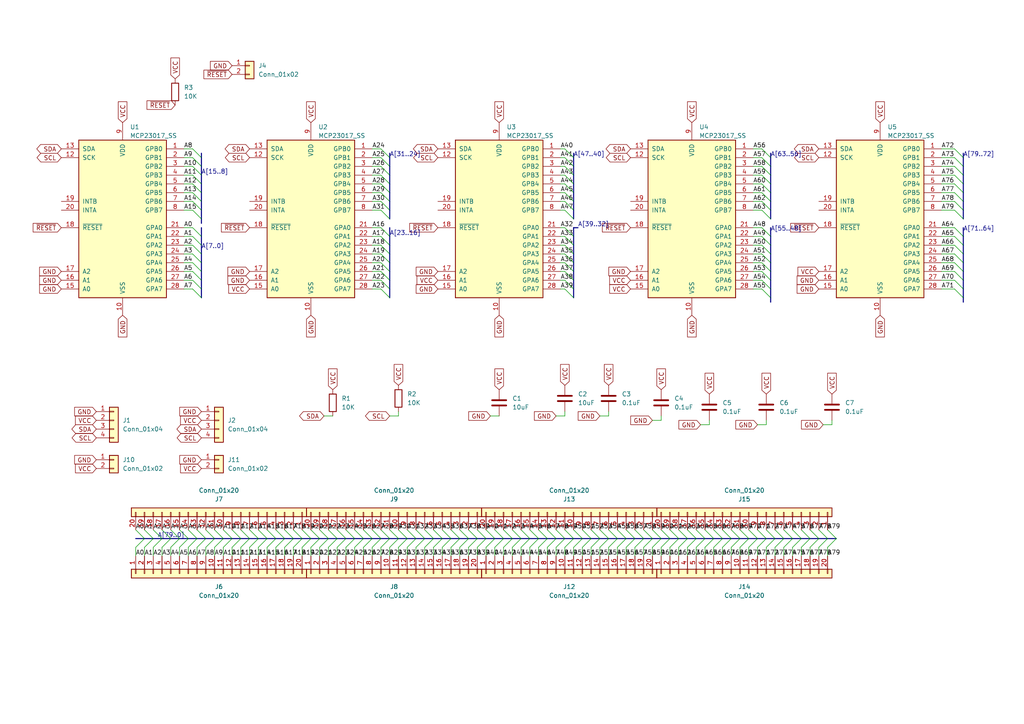
<source format=kicad_sch>
(kicad_sch (version 20250114) (generator "eeschema") (generator_version "9.0")
  (paper "A4")
  (bus_entry (at 80.01 156.21) (size -2.54 2.54))
  (bus_entry (at 72.39 156.21) (size -2.54 -2.54))
  (bus_entry (at 113.03 68.58) (size -2.54 -2.54))
  (bus_entry (at 166.37 81.28) (size -2.54 -2.54))
  (bus_entry (at 113.03 83.82) (size -2.54 -2.54))
  (bus_entry (at 279.4 86.36) (size -2.54 -2.54))
  (bus_entry (at 279.4 71.12) (size -2.54 -2.54))
  (bus_entry (at 166.37 86.36) (size -2.54 -2.54))
  (bus_entry (at 113.03 78.74) (size -2.54 -2.54))
  (bus_entry (at 156.21 156.21) (size -2.54 -2.54))
  (bus_entry (at 158.75 156.21) (size -2.54 2.54))
  (bus_entry (at 234.95 156.21) (size -2.54 2.54))
  (bus_entry (at 279.4 81.28) (size -2.54 -2.54))
  (bus_entry (at 196.85 156.21) (size -2.54 2.54))
  (bus_entry (at 214.63 156.21) (size -2.54 -2.54))
  (bus_entry (at 102.87 156.21) (size -2.54 2.54))
  (bus_entry (at 223.52 50.8) (size -2.54 -2.54))
  (bus_entry (at 222.25 156.21) (size -2.54 -2.54))
  (bus_entry (at 166.37 53.34) (size -2.54 -2.54))
  (bus_entry (at 146.05 156.21) (size -2.54 -2.54))
  (bus_entry (at 242.57 156.21) (size -2.54 -2.54))
  (bus_entry (at 100.33 156.21) (size -2.54 -2.54))
  (bus_entry (at 229.87 156.21) (size -2.54 2.54))
  (bus_entry (at 58.42 58.42) (size -2.54 -2.54))
  (bus_entry (at 166.37 71.12) (size -2.54 -2.54))
  (bus_entry (at 279.4 60.96) (size -2.54 -2.54))
  (bus_entry (at 97.79 156.21) (size -2.54 2.54))
  (bus_entry (at 279.4 83.82) (size -2.54 -2.54))
  (bus_entry (at 223.52 55.88) (size -2.54 -2.54))
  (bus_entry (at 166.37 156.21) (size -2.54 -2.54))
  (bus_entry (at 44.45 156.21) (size -2.54 2.54))
  (bus_entry (at 115.57 156.21) (size -2.54 -2.54))
  (bus_entry (at 166.37 50.8) (size -2.54 -2.54))
  (bus_entry (at 87.63 156.21) (size -2.54 2.54))
  (bus_entry (at 90.17 156.21) (size -2.54 2.54))
  (bus_entry (at 52.07 156.21) (size -2.54 2.54))
  (bus_entry (at 181.61 156.21) (size -2.54 -2.54))
  (bus_entry (at 279.4 50.8) (size -2.54 -2.54))
  (bus_entry (at 168.91 156.21) (size -2.54 -2.54))
  (bus_entry (at 146.05 156.21) (size -2.54 2.54))
  (bus_entry (at 69.85 156.21) (size -2.54 2.54))
  (bus_entry (at 189.23 156.21) (size -2.54 -2.54))
  (bus_entry (at 64.77 156.21) (size -2.54 2.54))
  (bus_entry (at 41.91 156.21) (size -2.54 -2.54))
  (bus_entry (at 191.77 156.21) (size -2.54 2.54))
  (bus_entry (at 125.73 156.21) (size -2.54 -2.54))
  (bus_entry (at 179.07 156.21) (size -2.54 2.54))
  (bus_entry (at 82.55 156.21) (size -2.54 2.54))
  (bus_entry (at 72.39 156.21) (size -2.54 2.54))
  (bus_entry (at 148.59 156.21) (size -2.54 -2.54))
  (bus_entry (at 166.37 45.72) (size -2.54 -2.54))
  (bus_entry (at 107.95 156.21) (size -2.54 2.54))
  (bus_entry (at 113.03 60.96) (size -2.54 -2.54))
  (bus_entry (at 166.37 48.26) (size -2.54 -2.54))
  (bus_entry (at 179.07 156.21) (size -2.54 -2.54))
  (bus_entry (at 58.42 55.88) (size -2.54 -2.54))
  (bus_entry (at 58.42 76.2) (size -2.54 -2.54))
  (bus_entry (at 58.42 78.74) (size -2.54 -2.54))
  (bus_entry (at 128.27 156.21) (size -2.54 2.54))
  (bus_entry (at 191.77 156.21) (size -2.54 -2.54))
  (bus_entry (at 166.37 68.58) (size -2.54 -2.54))
  (bus_entry (at 204.47 156.21) (size -2.54 -2.54))
  (bus_entry (at 163.83 156.21) (size -2.54 -2.54))
  (bus_entry (at 161.29 156.21) (size -2.54 2.54))
  (bus_entry (at 219.71 156.21) (size -2.54 -2.54))
  (bus_entry (at 130.81 156.21) (size -2.54 -2.54))
  (bus_entry (at 143.51 156.21) (size -2.54 -2.54))
  (bus_entry (at 113.03 48.26) (size -2.54 -2.54))
  (bus_entry (at 232.41 156.21) (size -2.54 -2.54))
  (bus_entry (at 105.41 156.21) (size -2.54 2.54))
  (bus_entry (at 237.49 156.21) (size -2.54 2.54))
  (bus_entry (at 199.39 156.21) (size -2.54 -2.54))
  (bus_entry (at 194.31 156.21) (size -2.54 2.54))
  (bus_entry (at 102.87 156.21) (size -2.54 -2.54))
  (bus_entry (at 279.4 53.34) (size -2.54 -2.54))
  (bus_entry (at 59.69 156.21) (size -2.54 2.54))
  (bus_entry (at 223.52 81.28) (size -2.54 -2.54))
  (bus_entry (at 201.93 156.21) (size -2.54 2.54))
  (bus_entry (at 123.19 156.21) (size -2.54 2.54))
  (bus_entry (at 82.55 156.21) (size -2.54 -2.54))
  (bus_entry (at 107.95 156.21) (size -2.54 -2.54))
  (bus_entry (at 120.65 156.21) (size -2.54 -2.54))
  (bus_entry (at 184.15 156.21) (size -2.54 2.54))
  (bus_entry (at 67.31 156.21) (size -2.54 -2.54))
  (bus_entry (at 186.69 156.21) (size -2.54 -2.54))
  (bus_entry (at 58.42 48.26) (size -2.54 -2.54))
  (bus_entry (at 171.45 156.21) (size -2.54 -2.54))
  (bus_entry (at 181.61 156.21) (size -2.54 2.54))
  (bus_entry (at 223.52 71.12) (size -2.54 -2.54))
  (bus_entry (at 166.37 78.74) (size -2.54 -2.54))
  (bus_entry (at 140.97 156.21) (size -2.54 -2.54))
  (bus_entry (at 58.42 73.66) (size -2.54 -2.54))
  (bus_entry (at 158.75 156.21) (size -2.54 -2.54))
  (bus_entry (at 214.63 156.21) (size -2.54 2.54))
  (bus_entry (at 223.52 68.58) (size -2.54 -2.54))
  (bus_entry (at 184.15 156.21) (size -2.54 -2.54))
  (bus_entry (at 64.77 156.21) (size -2.54 -2.54))
  (bus_entry (at 85.09 156.21) (size -2.54 -2.54))
  (bus_entry (at 279.4 48.26) (size -2.54 -2.54))
  (bus_entry (at 223.52 73.66) (size -2.54 -2.54))
  (bus_entry (at 118.11 156.21) (size -2.54 -2.54))
  (bus_entry (at 133.35 156.21) (size -2.54 2.54))
  (bus_entry (at 279.4 58.42) (size -2.54 -2.54))
  (bus_entry (at 166.37 83.82) (size -2.54 -2.54))
  (bus_entry (at 113.03 156.21) (size -2.54 -2.54))
  (bus_entry (at 69.85 156.21) (size -2.54 -2.54))
  (bus_entry (at 186.69 156.21) (size -2.54 2.54))
  (bus_entry (at 85.09 156.21) (size -2.54 2.54))
  (bus_entry (at 194.31 156.21) (size -2.54 -2.54))
  (bus_entry (at 196.85 156.21) (size -2.54 -2.54))
  (bus_entry (at 95.25 156.21) (size -2.54 -2.54))
  (bus_entry (at 279.4 68.58) (size -2.54 -2.54))
  (bus_entry (at 74.93 156.21) (size -2.54 2.54))
  (bus_entry (at 62.23 156.21) (size -2.54 -2.54))
  (bus_entry (at 173.99 156.21) (size -2.54 2.54))
  (bus_entry (at 46.99 156.21) (size -2.54 2.54))
  (bus_entry (at 163.83 156.21) (size -2.54 2.54))
  (bus_entry (at 92.71 156.21) (size -2.54 2.54))
  (bus_entry (at 173.99 156.21) (size -2.54 -2.54))
  (bus_entry (at 115.57 156.21) (size -2.54 2.54))
  (bus_entry (at 113.03 55.88) (size -2.54 -2.54))
  (bus_entry (at 232.41 156.21) (size -2.54 2.54))
  (bus_entry (at 110.49 156.21) (size -2.54 2.54))
  (bus_entry (at 135.89 156.21) (size -2.54 2.54))
  (bus_entry (at 49.53 156.21) (size -2.54 2.54))
  (bus_entry (at 212.09 156.21) (size -2.54 2.54))
  (bus_entry (at 59.69 156.21) (size -2.54 -2.54))
  (bus_entry (at 148.59 156.21) (size -2.54 2.54))
  (bus_entry (at 143.51 156.21) (size -2.54 2.54))
  (bus_entry (at 87.63 156.21) (size -2.54 -2.54))
  (bus_entry (at 90.17 156.21) (size -2.54 -2.54))
  (bus_entry (at 52.07 156.21) (size -2.54 -2.54))
  (bus_entry (at 58.42 53.34) (size -2.54 -2.54))
  (bus_entry (at 209.55 156.21) (size -2.54 2.54))
  (bus_entry (at 227.33 156.21) (size -2.54 -2.54))
  (bus_entry (at 219.71 156.21) (size -2.54 2.54))
  (bus_entry (at 279.4 45.72) (size -2.54 -2.54))
  (bus_entry (at 58.42 68.58) (size -2.54 -2.54))
  (bus_entry (at 207.01 156.21) (size -2.54 2.54))
  (bus_entry (at 151.13 156.21) (size -2.54 2.54))
  (bus_entry (at 120.65 156.21) (size -2.54 2.54))
  (bus_entry (at 113.03 53.34) (size -2.54 -2.54))
  (bus_entry (at 166.37 73.66) (size -2.54 -2.54))
  (bus_entry (at 113.03 63.5) (size -2.54 -2.54))
  (bus_entry (at 223.52 58.42) (size -2.54 -2.54))
  (bus_entry (at 207.01 156.21) (size -2.54 -2.54))
  (bus_entry (at 58.42 63.5) (size -2.54 -2.54))
  (bus_entry (at 279.4 78.74) (size -2.54 -2.54))
  (bus_entry (at 223.52 83.82) (size -2.54 -2.54))
  (bus_entry (at 92.71 156.21) (size -2.54 -2.54))
  (bus_entry (at 125.73 156.21) (size -2.54 2.54))
  (bus_entry (at 62.23 156.21) (size -2.54 2.54))
  (bus_entry (at 229.87 156.21) (size -2.54 -2.54))
  (bus_entry (at 113.03 76.2) (size -2.54 -2.54))
  (bus_entry (at 113.03 156.21) (size -2.54 2.54))
  (bus_entry (at 166.37 76.2) (size -2.54 -2.54))
  (bus_entry (at 153.67 156.21) (size -2.54 2.54))
  (bus_entry (at 227.33 156.21) (size -2.54 2.54))
  (bus_entry (at 58.42 86.36) (size -2.54 -2.54))
  (bus_entry (at 217.17 156.21) (size -2.54 -2.54))
  (bus_entry (at 58.42 60.96) (size -2.54 -2.54))
  (bus_entry (at 95.25 156.21) (size -2.54 2.54))
  (bus_entry (at 58.42 83.82) (size -2.54 -2.54))
  (bus_entry (at 223.52 48.26) (size -2.54 -2.54))
  (bus_entry (at 130.81 156.21) (size -2.54 2.54))
  (bus_entry (at 105.41 156.21) (size -2.54 -2.54))
  (bus_entry (at 113.03 73.66) (size -2.54 -2.54))
  (bus_entry (at 176.53 156.21) (size -2.54 2.54))
  (bus_entry (at 240.03 156.21) (size -2.54 -2.54))
  (bus_entry (at 128.27 156.21) (size -2.54 -2.54))
  (bus_entry (at 74.93 156.21) (size -2.54 -2.54))
  (bus_entry (at 279.4 55.88) (size -2.54 -2.54))
  (bus_entry (at 41.91 156.21) (size -2.54 2.54))
  (bus_entry (at 151.13 156.21) (size -2.54 -2.54))
  (bus_entry (at 57.15 156.21) (size -2.54 2.54))
  (bus_entry (at 58.42 45.72) (size -2.54 -2.54))
  (bus_entry (at 49.53 156.21) (size -2.54 -2.54))
  (bus_entry (at 113.03 58.42) (size -2.54 -2.54))
  (bus_entry (at 242.57 156.21) (size -2.54 2.54))
  (bus_entry (at 166.37 55.88) (size -2.54 -2.54))
  (bus_entry (at 113.03 45.72) (size -2.54 -2.54))
  (bus_entry (at 113.03 86.36) (size -2.54 -2.54))
  (bus_entry (at 171.45 156.21) (size -2.54 2.54))
  (bus_entry (at 166.37 58.42) (size -2.54 -2.54))
  (bus_entry (at 67.31 156.21) (size -2.54 2.54))
  (bus_entry (at 156.21 156.21) (size -2.54 2.54))
  (bus_entry (at 223.52 78.74) (size -2.54 -2.54))
  (bus_entry (at 123.19 156.21) (size -2.54 -2.54))
  (bus_entry (at 201.93 156.21) (size -2.54 -2.54))
  (bus_entry (at 140.97 156.21) (size -2.54 2.54))
  (bus_entry (at 237.49 156.21) (size -2.54 -2.54))
  (bus_entry (at 223.52 60.96) (size -2.54 -2.54))
  (bus_entry (at 77.47 156.21) (size -2.54 2.54))
  (bus_entry (at 279.4 73.66) (size -2.54 -2.54))
  (bus_entry (at 113.03 50.8) (size -2.54 -2.54))
  (bus_entry (at 166.37 63.5) (size -2.54 -2.54))
  (bus_entry (at 80.01 156.21) (size -2.54 -2.54))
  (bus_entry (at 113.03 71.12) (size -2.54 -2.54))
  (bus_entry (at 118.11 156.21) (size -2.54 2.54))
  (bus_entry (at 166.37 156.21) (size -2.54 2.54))
  (bus_entry (at 77.47 156.21) (size -2.54 -2.54))
  (bus_entry (at 223.52 76.2) (size -2.54 -2.54))
  (bus_entry (at 189.23 156.21) (size -2.54 2.54))
  (bus_entry (at 223.52 45.72) (size -2.54 -2.54))
  (bus_entry (at 279.4 76.2) (size -2.54 -2.54))
  (bus_entry (at 58.42 71.12) (size -2.54 -2.54))
  (bus_entry (at 54.61 156.21) (size -2.54 2.54))
  (bus_entry (at 153.67 156.21) (size -2.54 -2.54))
  (bus_entry (at 110.49 156.21) (size -2.54 -2.54))
  (bus_entry (at 58.42 81.28) (size -2.54 -2.54))
  (bus_entry (at 223.52 86.36) (size -2.54 -2.54))
  (bus_entry (at 54.61 156.21) (size -2.54 -2.54))
  (bus_entry (at 199.39 156.21) (size -2.54 2.54))
  (bus_entry (at 57.15 156.21) (size -2.54 -2.54))
  (bus_entry (at 222.25 156.21) (size -2.54 2.54))
  (bus_entry (at 46.99 156.21) (size -2.54 -2.54))
  (bus_entry (at 135.89 156.21) (size -2.54 -2.54))
  (bus_entry (at 161.29 156.21) (size -2.54 -2.54))
  (bus_entry (at 166.37 60.96) (size -2.54 -2.54))
  (bus_entry (at 58.42 50.8) (size -2.54 -2.54))
  (bus_entry (at 223.52 53.34) (size -2.54 -2.54))
  (bus_entry (at 44.45 156.21) (size -2.54 -2.54))
  (bus_entry (at 113.03 81.28) (size -2.54 -2.54))
  (bus_entry (at 100.33 156.21) (size -2.54 2.54))
  (bus_entry (at 138.43 156.21) (size -2.54 2.54))
  (bus_entry (at 204.47 156.21) (size -2.54 2.54))
  (bus_entry (at 224.79 156.21) (size -2.54 -2.54))
  (bus_entry (at 209.55 156.21) (size -2.54 -2.54))
  (bus_entry (at 240.03 156.21) (size -2.54 2.54))
  (bus_entry (at 234.95 156.21) (size -2.54 -2.54))
  (bus_entry (at 138.43 156.21) (size -2.54 -2.54))
  (bus_entry (at 97.79 156.21) (size -2.54 -2.54))
  (bus_entry (at 168.91 156.21) (size -2.54 2.54))
  (bus_entry (at 133.35 156.21) (size -2.54 -2.54))
  (bus_entry (at 176.53 156.21) (size -2.54 -2.54))
  (bus_entry (at 223.52 63.5) (size -2.54 -2.54))
  (bus_entry (at 212.09 156.21) (size -2.54 -2.54))
  (bus_entry (at 279.4 63.5) (size -2.54 -2.54))
  (bus_entry (at 224.79 156.21) (size -2.54 2.54))
  (bus_entry (at 217.17 156.21) (size -2.54 2.54))
  (wire (pts (xy 176.53 120.65) (xy 176.53 119.38)))
  (wire (pts (xy 87.63 158.75) (xy 87.63 161.29)))
  (bus (pts (xy 196.85 156.21) (xy 199.39 156.21)))
  (bus (pts (xy 90.17 156.21) (xy 92.71 156.21)))
  (bus (pts (xy 135.89 156.21) (xy 138.43 156.21)))
  (bus (pts (xy 191.77 156.21) (xy 194.31 156.21)))
  (wire (pts (xy 92.71 158.75) (xy 92.71 161.29)))
  (bus (pts (xy 223.52 76.2) (xy 223.52 78.74)))
  (wire (pts (xy 133.35 158.75) (xy 133.35 161.29)))
  (wire (pts (xy 219.71 158.75) (xy 219.71 161.29)))
  (bus (pts (xy 223.52 83.82) (xy 223.52 86.36)))
  (bus (pts (xy 58.42 50.8) (xy 58.42 53.34)))
  (wire (pts (xy 218.44 83.82) (xy 220.98 83.82)))
  (wire (pts (xy 77.47 158.75) (xy 77.47 161.29)))
  (wire (pts (xy 162.56 58.42) (xy 163.83 58.42)))
  (wire (pts (xy 229.87 158.75) (xy 229.87 161.29)))
  (wire (pts (xy 222.25 158.75) (xy 222.25 161.29)))
  (wire (pts (xy 184.15 158.75) (xy 184.15 161.29)))
  (wire (pts (xy 41.91 158.75) (xy 41.91 161.29)))
  (bus (pts (xy 166.37 53.34) (xy 166.37 55.88)))
  (bus (pts (xy 107.95 156.21) (xy 110.49 156.21)))
  (wire (pts (xy 107.95 43.18) (xy 110.49 43.18)))
  (wire (pts (xy 212.09 158.75) (xy 212.09 161.29)))
  (bus (pts (xy 62.23 156.21) (xy 64.77 156.21)))
  (wire (pts (xy 163.83 158.75) (xy 163.83 161.29)))
  (wire (pts (xy 115.57 119.38) (xy 115.57 120.65)))
  (bus (pts (xy 113.03 156.21) (xy 115.57 156.21)))
  (wire (pts (xy 162.56 68.58) (xy 163.83 68.58)))
  (wire (pts (xy 162.56 76.2) (xy 163.83 76.2)))
  (bus (pts (xy 113.03 78.74) (xy 113.03 81.28)))
  (bus (pts (xy 125.73 156.21) (xy 128.27 156.21)))
  (wire (pts (xy 80.01 158.75) (xy 80.01 161.29)))
  (bus (pts (xy 223.52 60.96) (xy 223.52 63.5)))
  (bus (pts (xy 223.52 73.66) (xy 223.52 76.2)))
  (wire (pts (xy 273.05 45.72) (xy 276.86 45.72)))
  (wire (pts (xy 46.99 158.75) (xy 46.99 161.29)))
  (wire (pts (xy 110.49 76.2) (xy 107.95 76.2)))
  (bus (pts (xy 44.45 156.21) (xy 46.99 156.21)))
  (wire (pts (xy 186.69 158.75) (xy 186.69 161.29)))
  (bus (pts (xy 113.03 71.12) (xy 113.03 73.66)))
  (wire (pts (xy 218.44 58.42) (xy 220.98 58.42)))
  (bus (pts (xy 173.99 156.21) (xy 176.53 156.21)))
  (wire (pts (xy 273.05 83.82) (xy 276.86 83.82)))
  (bus (pts (xy 176.53 156.21) (xy 179.07 156.21)))
  (wire (pts (xy 199.39 158.75) (xy 199.39 161.29)))
  (wire (pts (xy 53.34 71.12) (xy 55.88 71.12)))
  (wire (pts (xy 53.34 66.04) (xy 55.88 66.04)))
  (wire (pts (xy 273.05 60.96) (xy 276.86 60.96)))
  (bus (pts (xy 80.01 156.21) (xy 82.55 156.21)))
  (bus (pts (xy 166.37 83.82) (xy 166.37 86.36)))
  (bus (pts (xy 113.03 50.8) (xy 113.03 53.34)))
  (wire (pts (xy 53.34 78.74) (xy 55.88 78.74)))
  (wire (pts (xy 107.95 158.75) (xy 107.95 161.29)))
  (bus (pts (xy 166.37 44.45) (xy 166.37 45.72)))
  (wire (pts (xy 163.83 120.65) (xy 161.29 120.65)))
  (bus (pts (xy 113.03 58.42) (xy 113.03 60.96)))
  (bus (pts (xy 279.4 76.2) (xy 279.4 78.74)))
  (wire (pts (xy 130.81 158.75) (xy 130.81 161.29)))
  (bus (pts (xy 105.41 156.21) (xy 107.95 156.21)))
  (bus (pts (xy 279.4 68.58) (xy 279.4 71.12)))
  (bus (pts (xy 166.37 156.21) (xy 168.91 156.21)))
  (bus (pts (xy 279.4 81.28) (xy 279.4 83.82)))
  (bus (pts (xy 222.25 156.21) (xy 224.79 156.21)))
  (wire (pts (xy 49.53 158.75) (xy 49.53 161.29)))
  (bus (pts (xy 189.23 156.21) (xy 191.77 156.21)))
  (bus (pts (xy 166.37 58.42) (xy 166.37 60.96)))
  (wire (pts (xy 163.83 119.38) (xy 163.83 120.65)))
  (bus (pts (xy 102.87 156.21) (xy 105.41 156.21)))
  (bus (pts (xy 279.4 78.74) (xy 279.4 81.28)))
  (bus (pts (xy 219.71 156.21) (xy 222.25 156.21)))
  (bus (pts (xy 77.47 156.21) (xy 80.01 156.21)))
  (bus (pts (xy 58.42 83.82) (xy 58.42 86.36)))
  (bus (pts (xy 234.95 156.21) (xy 237.49 156.21)))
  (wire (pts (xy 163.83 66.04) (xy 162.56 66.04)))
  (bus (pts (xy 223.52 45.72) (xy 223.52 48.26)))
  (bus (pts (xy 52.07 156.21) (xy 54.61 156.21)))
  (bus (pts (xy 166.37 66.04) (xy 167.64 66.04)))
  (wire (pts (xy 168.91 158.75) (xy 168.91 161.29)))
  (wire (pts (xy 273.05 78.74) (xy 276.86 78.74)))
  (bus (pts (xy 39.37 156.21) (xy 41.91 156.21)))
  (bus (pts (xy 115.57 156.21) (xy 118.11 156.21)))
  (wire (pts (xy 53.34 48.26) (xy 55.88 48.26)))
  (wire (pts (xy 273.05 43.18) (xy 276.86 43.18)))
  (wire (pts (xy 125.73 158.75) (xy 125.73 161.29)))
  (wire (pts (xy 173.99 120.65) (xy 176.53 120.65)))
  (bus (pts (xy 194.31 156.21) (xy 196.85 156.21)))
  (wire (pts (xy 179.07 158.75) (xy 179.07 161.29)))
  (bus (pts (xy 113.03 81.28) (xy 113.03 83.82)))
  (bus (pts (xy 113.03 68.58) (xy 113.03 71.12)))
  (bus (pts (xy 217.17 156.21) (xy 219.71 156.21)))
  (wire (pts (xy 110.49 73.66) (xy 107.95 73.66)))
  (wire (pts (xy 148.59 158.75) (xy 148.59 161.29)))
  (wire (pts (xy 82.55 158.75) (xy 82.55 161.29)))
  (bus (pts (xy 82.55 156.21) (xy 85.09 156.21)))
  (wire (pts (xy 64.77 158.75) (xy 64.77 161.29)))
  (wire (pts (xy 240.03 158.75) (xy 240.03 161.29)))
  (wire (pts (xy 205.74 123.19) (xy 205.74 121.92)))
  (wire (pts (xy 204.47 158.75) (xy 204.47 161.29)))
  (wire (pts (xy 110.49 81.28) (xy 107.95 81.28)))
  (bus (pts (xy 58.42 66.04) (xy 58.42 68.58)))
  (wire (pts (xy 162.56 50.8) (xy 163.83 50.8)))
  (bus (pts (xy 223.52 44.45) (xy 223.52 45.72)))
  (bus (pts (xy 57.15 156.21) (xy 59.69 156.21)))
  (bus (pts (xy 279.4 48.26) (xy 279.4 50.8)))
  (bus (pts (xy 95.25 156.21) (xy 97.79 156.21)))
  (wire (pts (xy 162.56 78.74) (xy 163.83 78.74)))
  (wire (pts (xy 218.44 66.04) (xy 220.98 66.04)))
  (bus (pts (xy 223.52 86.36) (xy 223.52 87.63)))
  (bus (pts (xy 279.4 66.04) (xy 279.4 68.58)))
  (bus (pts (xy 140.97 156.21) (xy 143.51 156.21)))
  (wire (pts (xy 207.01 158.75) (xy 207.01 161.29)))
  (wire (pts (xy 162.56 71.12) (xy 163.83 71.12)))
  (bus (pts (xy 166.37 76.2) (xy 166.37 78.74)))
  (wire (pts (xy 218.44 50.8) (xy 220.98 50.8)))
  (bus (pts (xy 100.33 156.21) (xy 102.87 156.21)))
  (bus (pts (xy 179.07 156.21) (xy 181.61 156.21)))
  (wire (pts (xy 194.31 158.75) (xy 194.31 161.29)))
  (bus (pts (xy 58.42 53.34) (xy 58.42 55.88)))
  (wire (pts (xy 218.44 71.12) (xy 220.98 71.12)))
  (wire (pts (xy 90.17 158.75) (xy 90.17 161.29)))
  (bus (pts (xy 58.42 58.42) (xy 58.42 60.96)))
  (bus (pts (xy 113.03 73.66) (xy 113.03 76.2)))
  (bus (pts (xy 151.13 156.21) (xy 153.67 156.21)))
  (wire (pts (xy 57.15 158.75) (xy 57.15 161.29)))
  (bus (pts (xy 166.37 78.74) (xy 166.37 81.28)))
  (wire (pts (xy 53.34 55.88) (xy 55.88 55.88)))
  (wire (pts (xy 107.95 53.34) (xy 110.49 53.34)))
  (bus (pts (xy 58.42 68.58) (xy 58.42 71.12)))
  (bus (pts (xy 64.77 156.21) (xy 67.31 156.21)))
  (bus (pts (xy 279.4 50.8) (xy 279.4 53.34)))
  (bus (pts (xy 113.03 53.34) (xy 113.03 55.88)))
  (wire (pts (xy 110.49 68.58) (xy 107.95 68.58)))
  (wire (pts (xy 161.29 158.75) (xy 161.29 161.29)))
  (bus (pts (xy 113.03 83.82) (xy 113.03 86.36)))
  (bus (pts (xy 58.42 48.26) (xy 58.42 50.8)))
  (wire (pts (xy 138.43 158.75) (xy 138.43 161.29)))
  (bus (pts (xy 92.71 156.21) (xy 95.25 156.21)))
  (wire (pts (xy 123.19 158.75) (xy 123.19 161.29)))
  (wire (pts (xy 69.85 158.75) (xy 69.85 161.29)))
  (wire (pts (xy 158.75 158.75) (xy 158.75 161.29)))
  (wire (pts (xy 273.05 48.26) (xy 276.86 48.26)))
  (wire (pts (xy 273.05 81.28) (xy 276.86 81.28)))
  (wire (pts (xy 273.05 50.8) (xy 276.86 50.8)))
  (wire (pts (xy 146.05 158.75) (xy 146.05 161.29)))
  (wire (pts (xy 110.49 83.82) (xy 107.95 83.82)))
  (bus (pts (xy 166.37 55.88) (xy 166.37 58.42)))
  (wire (pts (xy 234.95 158.75) (xy 234.95 161.29)))
  (bus (pts (xy 58.42 73.66) (xy 58.42 76.2)))
  (wire (pts (xy 135.89 158.75) (xy 135.89 161.29)))
  (bus (pts (xy 58.42 71.12) (xy 58.42 73.66)))
  (bus (pts (xy 201.93 156.21) (xy 204.47 156.21)))
  (wire (pts (xy 273.05 73.66) (xy 276.86 73.66)))
  (wire (pts (xy 53.34 60.96) (xy 55.88 60.96)))
  (bus (pts (xy 214.63 156.21) (xy 217.17 156.21)))
  (bus (pts (xy 166.37 60.96) (xy 166.37 63.5)))
  (bus (pts (xy 166.37 48.26) (xy 166.37 50.8)))
  (bus (pts (xy 279.4 60.96) (xy 279.4 63.5)))
  (wire (pts (xy 120.65 158.75) (xy 120.65 161.29)))
  (bus (pts (xy 85.09 156.21) (xy 87.63 156.21)))
  (wire (pts (xy 227.33 158.75) (xy 227.33 161.29)))
  (bus (pts (xy 153.67 156.21) (xy 156.21 156.21)))
  (bus (pts (xy 181.61 156.21) (xy 184.15 156.21)))
  (bus (pts (xy 110.49 156.21) (xy 113.03 156.21)))
  (wire (pts (xy 273.05 53.34) (xy 276.86 53.34)))
  (wire (pts (xy 273.05 66.04) (xy 276.86 66.04)))
  (wire (pts (xy 107.95 50.8) (xy 110.49 50.8)))
  (wire (pts (xy 105.41 158.75) (xy 105.41 161.29)))
  (bus (pts (xy 166.37 66.04) (xy 166.37 68.58)))
  (wire (pts (xy 162.56 60.96) (xy 163.83 60.96)))
  (wire (pts (xy 273.05 76.2) (xy 276.86 76.2)))
  (wire (pts (xy 95.25 158.75) (xy 95.25 161.29)))
  (wire (pts (xy 97.79 158.75) (xy 97.79 161.29)))
  (wire (pts (xy 110.49 66.04) (xy 107.95 66.04)))
  (wire (pts (xy 191.77 158.75) (xy 191.77 161.29)))
  (wire (pts (xy 273.05 55.88) (xy 276.86 55.88)))
  (wire (pts (xy 203.2 123.19) (xy 205.74 123.19)))
  (wire (pts (xy 219.71 123.19) (xy 222.25 123.19)))
  (bus (pts (xy 223.52 48.26) (xy 223.52 50.8)))
  (bus (pts (xy 168.91 156.21) (xy 171.45 156.21)))
  (bus (pts (xy 166.37 68.58) (xy 166.37 71.12)))
  (bus (pts (xy 209.55 156.21) (xy 212.09 156.21)))
  (bus (pts (xy 74.93 156.21) (xy 77.47 156.21)))
  (bus (pts (xy 279.4 71.12) (xy 279.4 73.66)))
  (bus (pts (xy 58.42 45.72) (xy 58.42 48.26)))
  (wire (pts (xy 115.57 158.75) (xy 115.57 161.29)))
  (wire (pts (xy 151.13 158.75) (xy 151.13 161.29)))
  (bus (pts (xy 54.61 156.21) (xy 57.15 156.21)))
  (bus (pts (xy 58.42 63.5) (xy 58.42 64.77)))
  (wire (pts (xy 107.95 60.96) (xy 110.49 60.96)))
  (wire (pts (xy 53.34 81.28) (xy 55.88 81.28)))
  (wire (pts (xy 67.31 158.75) (xy 67.31 161.29)))
  (bus (pts (xy 186.69 156.21) (xy 189.23 156.21)))
  (wire (pts (xy 53.34 76.2) (xy 55.88 76.2)))
  (bus (pts (xy 279.4 44.45) (xy 279.4 45.72)))
  (bus (pts (xy 240.03 156.21) (xy 242.57 156.21)))
  (wire (pts (xy 140.97 158.75) (xy 140.97 161.29)))
  (bus (pts (xy 97.79 156.21) (xy 100.33 156.21)))
  (bus (pts (xy 58.42 44.45) (xy 58.42 45.72)))
  (bus (pts (xy 158.75 156.21) (xy 161.29 156.21)))
  (wire (pts (xy 214.63 158.75) (xy 214.63 161.29)))
  (bus (pts (xy 143.51 156.21) (xy 146.05 156.21)))
  (wire (pts (xy 171.45 158.75) (xy 171.45 161.29)))
  (bus (pts (xy 207.01 156.21) (xy 209.55 156.21)))
  (wire (pts (xy 238.76 123.19) (xy 241.3 123.19)))
  (bus (pts (xy 113.03 60.96) (xy 113.03 63.5)))
  (wire (pts (xy 102.87 158.75) (xy 102.87 161.29)))
  (wire (pts (xy 209.55 158.75) (xy 209.55 161.29)))
  (wire (pts (xy 218.44 68.58) (xy 220.98 68.58)))
  (wire (pts (xy 85.09 158.75) (xy 85.09 161.29)))
  (wire (pts (xy 72.39 158.75) (xy 72.39 161.29)))
  (bus (pts (xy 227.33 156.21) (xy 229.87 156.21)))
  (bus (pts (xy 67.31 156.21) (xy 69.85 156.21)))
  (bus (pts (xy 46.99 156.21) (xy 49.53 156.21)))
  (bus (pts (xy 166.37 73.66) (xy 166.37 76.2)))
  (wire (pts (xy 218.44 55.88) (xy 220.98 55.88)))
  (wire (pts (xy 128.27 158.75) (xy 128.27 161.29)))
  (bus (pts (xy 166.37 50.8) (xy 166.37 53.34)))
  (wire (pts (xy 118.11 158.75) (xy 118.11 161.29)))
  (wire (pts (xy 59.69 158.75) (xy 59.69 161.29)))
  (bus (pts (xy 163.83 156.21) (xy 166.37 156.21)))
  (wire (pts (xy 196.85 158.75) (xy 196.85 161.29)))
  (bus (pts (xy 279.4 83.82) (xy 279.4 86.36)))
  (wire (pts (xy 218.44 78.74) (xy 220.98 78.74)))
  (wire (pts (xy 218.44 60.96) (xy 220.98 60.96)))
  (wire (pts (xy 53.34 45.72) (xy 55.88 45.72)))
  (wire (pts (xy 162.56 81.28) (xy 163.83 81.28)))
  (wire (pts (xy 176.53 158.75) (xy 176.53 161.29)))
  (wire (pts (xy 52.07 158.75) (xy 52.07 161.29)))
  (wire (pts (xy 218.44 81.28) (xy 220.98 81.28)))
  (wire (pts (xy 232.41 158.75) (xy 232.41 161.29)))
  (wire (pts (xy 218.44 43.18) (xy 220.98 43.18)))
  (wire (pts (xy 100.33 158.75) (xy 100.33 161.29)))
  (wire (pts (xy 218.44 53.34) (xy 220.98 53.34)))
  (wire (pts (xy 44.45 158.75) (xy 44.45 161.29)))
  (bus (pts (xy 279.4 53.34) (xy 279.4 55.88)))
  (bus (pts (xy 223.52 55.88) (xy 223.52 58.42)))
  (wire (pts (xy 110.49 78.74) (xy 107.95 78.74)))
  (bus (pts (xy 166.37 81.28) (xy 166.37 83.82)))
  (bus (pts (xy 166.37 45.72) (xy 166.37 48.26)))
  (wire (pts (xy 53.34 50.8) (xy 55.88 50.8)))
  (bus (pts (xy 223.52 66.04) (xy 223.52 68.58)))
  (wire (pts (xy 53.34 53.34) (xy 55.88 53.34)))
  (wire (pts (xy 218.44 76.2) (xy 220.98 76.2)))
  (bus (pts (xy 49.53 156.21) (xy 52.07 156.21)))
  (wire (pts (xy 273.05 68.58) (xy 276.86 68.58)))
  (wire (pts (xy 162.56 73.66) (xy 163.83 73.66)))
  (wire (pts (xy 93.98 120.65) (xy 96.52 120.65)))
  (wire (pts (xy 53.34 68.58) (xy 55.88 68.58)))
  (bus (pts (xy 133.35 156.21) (xy 135.89 156.21)))
  (wire (pts (xy 162.56 48.26) (xy 163.83 48.26)))
  (wire (pts (xy 273.05 71.12) (xy 276.86 71.12)))
  (wire (pts (xy 218.44 48.26) (xy 220.98 48.26)))
  (bus (pts (xy 229.87 156.21) (xy 232.41 156.21)))
  (bus (pts (xy 58.42 60.96) (xy 58.42 63.5)))
  (wire (pts (xy 74.93 158.75) (xy 74.93 161.29)))
  (bus (pts (xy 113.03 48.26) (xy 113.03 50.8)))
  (bus (pts (xy 184.15 156.21) (xy 186.69 156.21)))
  (bus (pts (xy 146.05 156.21) (xy 148.59 156.21)))
  (bus (pts (xy 113.03 76.2) (xy 113.03 78.74)))
  (wire (pts (xy 142.24 120.65) (xy 144.78 120.65)))
  (wire (pts (xy 53.34 83.82) (xy 55.88 83.82)))
  (bus (pts (xy 223.52 58.42) (xy 223.52 60.96)))
  (bus (pts (xy 113.03 44.45) (xy 113.03 45.72)))
  (wire (pts (xy 162.56 55.88) (xy 163.83 55.88)))
  (bus (pts (xy 279.4 86.36) (xy 279.4 87.63)))
  (wire (pts (xy 107.95 55.88) (xy 110.49 55.88)))
  (bus (pts (xy 232.41 156.21) (xy 234.95 156.21)))
  (wire (pts (xy 241.3 123.19) (xy 241.3 121.92)))
  (wire (pts (xy 53.34 43.18) (xy 55.88 43.18)))
  (wire (pts (xy 53.34 73.66) (xy 55.88 73.66)))
  (wire (pts (xy 237.49 158.75) (xy 237.49 161.29)))
  (bus (pts (xy 171.45 156.21) (xy 173.99 156.21)))
  (wire (pts (xy 166.37 158.75) (xy 166.37 161.29)))
  (bus (pts (xy 223.52 81.28) (xy 223.52 83.82)))
  (bus (pts (xy 58.42 78.74) (xy 58.42 81.28)))
  (wire (pts (xy 54.61 158.75) (xy 54.61 161.29)))
  (wire (pts (xy 224.79 158.75) (xy 224.79 161.29)))
  (wire (pts (xy 162.56 53.34) (xy 163.83 53.34)))
  (wire (pts (xy 153.67 158.75) (xy 153.67 161.29)))
  (wire (pts (xy 107.95 58.42) (xy 110.49 58.42)))
  (wire (pts (xy 162.56 45.72) (xy 163.83 45.72)))
  (bus (pts (xy 223.52 50.8) (xy 223.52 53.34)))
  (bus (pts (xy 138.43 156.21) (xy 140.97 156.21)))
  (bus (pts (xy 223.52 53.34) (xy 223.52 55.88)))
  (wire (pts (xy 162.56 83.82) (xy 163.83 83.82)))
  (wire (pts (xy 113.03 158.75) (xy 113.03 161.29)))
  (wire (pts (xy 191.77 121.92) (xy 191.77 120.65)))
  (bus (pts (xy 58.42 81.28) (xy 58.42 83.82)))
  (wire (pts (xy 156.21 158.75) (xy 156.21 161.29)))
  (bus (pts (xy 128.27 156.21) (xy 130.81 156.21)))
  (bus (pts (xy 58.42 55.88) (xy 58.42 58.42)))
  (bus (pts (xy 166.37 71.12) (xy 166.37 73.66)))
  (wire (pts (xy 107.95 48.26) (xy 110.49 48.26)))
  (wire (pts (xy 110.49 71.12) (xy 107.95 71.12)))
  (bus (pts (xy 279.4 55.88) (xy 279.4 58.42)))
  (bus (pts (xy 279.4 45.72) (xy 279.4 48.26)))
  (bus (pts (xy 41.91 156.21) (xy 44.45 156.21)))
  (wire (pts (xy 39.37 158.75) (xy 39.37 161.29)))
  (bus (pts (xy 161.29 156.21) (xy 163.83 156.21)))
  (wire (pts (xy 218.44 73.66) (xy 220.98 73.66)))
  (bus (pts (xy 199.39 156.21) (xy 201.93 156.21)))
  (bus (pts (xy 223.52 68.58) (xy 223.52 71.12)))
  (bus (pts (xy 123.19 156.21) (xy 125.73 156.21)))
  (wire (pts (xy 107.95 45.72) (xy 110.49 45.72)))
  (bus (pts (xy 58.42 76.2) (xy 58.42 78.74)))
  (bus (pts (xy 113.03 66.04) (xy 113.03 68.58)))
  (wire (pts (xy 173.99 158.75) (xy 173.99 161.29)))
  (wire (pts (xy 218.44 45.72) (xy 220.98 45.72)))
  (wire (pts (xy 62.23 158.75) (xy 62.23 161.29)))
  (bus (pts (xy 279.4 58.42) (xy 279.4 60.96)))
  (wire (pts (xy 115.57 120.65) (xy 113.03 120.65)))
  (wire (pts (xy 143.51 158.75) (xy 143.51 161.29)))
  (bus (pts (xy 59.69 156.21) (xy 62.23 156.21)))
  (bus (pts (xy 87.63 156.21) (xy 90.17 156.21)))
  (bus (pts (xy 279.4 73.66) (xy 279.4 76.2)))
  (bus (pts (xy 130.81 156.21) (xy 133.35 156.21)))
  (bus (pts (xy 72.39 156.21) (xy 74.93 156.21)))
  (bus (pts (xy 204.47 156.21) (xy 207.01 156.21)))
  (wire (pts (xy 273.05 58.42) (xy 276.86 58.42)))
  (bus (pts (xy 148.59 156.21) (xy 151.13 156.21)))
  (bus (pts (xy 156.21 156.21) (xy 158.75 156.21)))
  (bus (pts (xy 223.52 78.74) (xy 223.52 81.28)))
  (wire (pts (xy 222.25 123.19) (xy 222.25 121.92)))
  (bus (pts (xy 224.79 156.21) (xy 227.33 156.21)))
  (bus (pts (xy 113.03 55.88) (xy 113.03 58.42)))
  (wire (pts (xy 110.49 158.75) (xy 110.49 161.29)))
  (wire (pts (xy 181.61 158.75) (xy 181.61 161.29)))
  (bus (pts (xy 120.65 156.21) (xy 123.19 156.21)))
  (bus (pts (xy 237.49 156.21) (xy 240.03 156.21)))
  (wire (pts (xy 201.93 158.75) (xy 201.93 161.29)))
  (wire (pts (xy 217.17 158.75) (xy 217.17 161.29)))
  (wire (pts (xy 189.23 121.92) (xy 191.77 121.92)))
  (wire (pts (xy 162.56 43.18) (xy 163.83 43.18)))
  (wire (pts (xy 189.23 158.75) (xy 189.23 161.29)))
  (bus (pts (xy 69.85 156.21) (xy 72.39 156.21)))
  (bus (pts (xy 223.52 71.12) (xy 223.52 73.66)))
  (bus (pts (xy 212.09 156.21) (xy 214.63 156.21)))
  (bus (pts (xy 118.11 156.21) (xy 120.65 156.21)))
  (wire (pts (xy 53.34 58.42) (xy 55.88 58.42)))
  (bus (pts (xy 113.03 45.72) (xy 113.03 48.26)))
  (label "A32" (at 162.56 66.04 0))
  (label "A53" (at 173.99 153.67 0))
  (label "A59" (at 189.23 153.67 0))
  (label "A33" (at 123.19 161.29 0))
  (label "A45" (at 153.67 161.29 0))
  (label "A77" (at 273.05 55.88 0))
  (label "A62" (at 196.85 153.67 0))
  (label "A49" (at 163.83 161.29 0))
  (label "A15" (at 53.34 60.96 0))
  (label "A31" (at 118.11 153.67 0))
  (label "A24" (at 100.33 153.67 0))
  (label "A[31..24]" (at 113.03 45.72 0))
  (label "A56" (at 181.61 153.67 0))
  (label "A18" (at 107.95 71.12 0))
  (label "A28" (at 110.49 153.67 0))
  (label "A21" (at 92.71 153.67 0))
  (label "A18" (at 85.09 161.29 0))
  (label "A6" (at 54.61 161.29 0))
  (label "A7" (at 57.15 161.29 0))
  (label "A38" (at 135.89 153.67 0))
  (label "A70" (at 217.17 153.67 0))
  (label "A51" (at 168.91 161.29 0))
  (label "A0" (at 53.34 66.04 0))
  (label "A14" (at 53.34 58.42 0))
  (label "A72" (at 273.05 43.18 0))
  (label "A40" (at 140.97 161.29 0))
  (label "A56" (at 181.61 161.29 0))
  (label "A57" (at 184.15 153.67 0))
  (label "A35" (at 162.56 73.66 0))
  (label "A11" (at 53.34 50.8 0))
  (label "A67" (at 209.55 161.29 0))
  (label "A49" (at 163.83 153.67 0))
  (label "A57" (at 218.44 45.72 0))
  (label "A66" (at 207.01 153.67 0))
  (label "A67" (at 209.55 153.67 0))
  (label "A25" (at 107.95 45.72 0))
  (label "A3" (at 46.99 161.29 0))
  (label "A78" (at 237.49 153.67 0))
  (label "A54" (at 176.53 161.29 0))
  (label "A25" (at 102.87 153.67 0))
  (label "A11" (at 67.31 153.67 0))
  (label "A24" (at 107.95 43.18 0))
  (label "A75" (at 273.05 50.8 0))
  (label "A23" (at 97.79 153.67 0))
  (label "A50" (at 166.37 153.67 0))
  (label "A43" (at 148.59 153.67 0))
  (label "A46" (at 156.21 161.29 0))
  (label "A57" (at 184.15 161.29 0))
  (label "A16" (at 80.01 153.67 0))
  (label "A73" (at 273.05 45.72 0))
  (label "A13" (at 72.39 161.29 0))
  (label "A33" (at 162.56 68.58 0))
  (label "A77" (at 234.95 161.29 0))
  (label "A[39..32]" (at 167.64 66.04 0))
  (label "A50" (at 218.44 71.12 0))
  (label "A17" (at 107.95 68.58 0))
  (label "A7" (at 53.34 83.82 0))
  (label "A[23..16]" (at 113.03 68.58 0))
  (label "A74" (at 227.33 161.29 0))
  (label "A42" (at 162.56 48.26 0))
  (label "A10" (at 64.77 161.29 0))
  (label "A58" (at 186.69 161.29 0))
  (label "A38" (at 162.56 81.28 0))
  (label "A[71..64]" (at 279.4 67.31 0))
  (label "A25" (at 102.87 161.29 0))
  (label "A59" (at 218.44 50.8 0))
  (label "A5" (at 52.07 153.67 0))
  (label "A14" (at 74.93 161.29 0))
  (label "A16" (at 107.95 66.04 0))
  (label "A5" (at 53.34 78.74 0))
  (label "A29" (at 113.03 153.67 0))
  (label "A19" (at 87.63 153.67 0))
  (label "A72" (at 222.25 161.29 0))
  (label "A64" (at 201.93 161.29 0))
  (label "A19" (at 87.63 161.29 0))
  (label "A47" (at 158.75 161.29 0))
  (label "A16" (at 80.01 161.29 0))
  (label "A35" (at 128.27 153.67 0))
  (label "A49" (at 218.44 68.58 0))
  (label "A34" (at 162.56 71.12 0))
  (label "A63" (at 199.39 161.29 0))
  (label "A12" (at 69.85 161.29 0))
  (label "A1" (at 41.91 153.67 0))
  (label "A37" (at 162.56 78.74 0))
  (label "A24" (at 100.33 161.29 0))
  (label "A34" (at 125.73 153.67 0))
  (label "A32" (at 120.65 161.29 0))
  (label "A61" (at 194.31 153.67 0))
  (label "A79" (at 240.03 161.29 0))
  (label "A48" (at 161.29 161.29 0))
  (label "A3" (at 53.34 73.66 0))
  (label "A15" (at 77.47 161.29 0))
  (label "A66" (at 273.05 71.12 0))
  (label "A20" (at 107.95 76.2 0))
  (label "A65" (at 204.47 161.29 0))
  (label "A23" (at 107.95 83.82 0))
  (label "A78" (at 273.05 58.42 0))
  (label "A30" (at 115.57 161.29 0))
  (label "A36" (at 130.81 161.29 0))
  (label "A68" (at 212.09 161.29 0))
  (label "A63" (at 218.44 60.96 0))
  (label "A12" (at 69.85 153.67 0))
  (label "A4" (at 49.53 153.67 0))
  (label "A39" (at 162.56 83.82 0))
  (label "A15" (at 77.47 153.67 0))
  (label "A51" (at 218.44 73.66 0))
  (label "A9" (at 62.23 153.67 0))
  (label "A61" (at 218.44 55.88 0))
  (label "A29" (at 113.03 161.29 0))
  (label "A17" (at 82.55 161.29 0))
  (label "A10" (at 64.77 153.67 0))
  (label "A37" (at 133.35 153.67 0))
  (label "A75" (at 229.87 153.67 0))
  (label "A42" (at 146.05 161.29 0))
  (label "A64" (at 201.93 153.67 0))
  (label "A73" (at 224.79 161.29 0))
  (label "A62" (at 218.44 58.42 0))
  (label "A31" (at 107.95 60.96 0))
  (label "A55" (at 179.07 161.29 0))
  (label "A36" (at 130.81 153.67 0))
  (label "A8" (at 59.69 161.29 0))
  (label "A44" (at 162.56 53.34 0))
  (label "A34" (at 125.73 161.29 0))
  (label "A35" (at 128.27 161.29 0))
  (label "A74" (at 273.05 48.26 0))
  (label "A46" (at 156.21 153.67 0))
  (label "A2" (at 44.45 161.29 0))
  (label "A53" (at 218.44 78.74 0))
  (label "A62" (at 196.85 161.29 0))
  (label "A48" (at 161.29 153.67 0))
  (label "A45" (at 162.56 55.88 0))
  (label "A60" (at 218.44 53.34 0))
  (label "A65" (at 204.47 153.67 0))
  (label "A55" (at 179.07 153.67 0))
  (label "A46" (at 162.56 58.42 0))
  (label "A54" (at 176.53 153.67 0))
  (label "A52" (at 171.45 153.67 0))
  (label "A22" (at 95.25 153.67 0))
  (label "A19" (at 107.95 73.66 0))
  (label "A41" (at 143.51 161.29 0))
  (label "A0" (at 39.37 161.29 0))
  (label "A18" (at 85.09 153.67 0))
  (label "A61" (at 194.31 161.29 0))
  (label "A17" (at 82.55 153.67 0))
  (label "A5" (at 52.07 161.29 0))
  (label "A27" (at 107.95 153.67 0))
  (label "A68" (at 212.09 153.67 0))
  (label "A38" (at 135.89 161.29 0))
  (label "A74" (at 227.33 153.67 0))
  (label "A48" (at 218.44 66.04 0))
  (label "A[79..72]" (at 279.4 45.72 0))
  (label "A28" (at 107.95 53.34 0))
  (label "A22" (at 95.25 161.29 0))
  (label "A1" (at 53.34 68.58 0))
  (label "A47" (at 158.75 153.67 0))
  (label "A71" (at 219.71 161.29 0))
  (label "A29" (at 107.95 55.88 0))
  (label "A[47..40]" (at 166.37 45.72 0))
  (label "A[79..0]" (at 45.72 156.21 0))
  (label "A37" (at 133.35 161.29 0))
  (label "A63" (at 199.39 153.67 0))
  (label "A68" (at 273.05 76.2 0))
  (label "A69" (at 214.63 153.67 0))
  (label "A73" (at 224.79 153.67 0))
  (label "A31" (at 118.11 161.29 0))
  (label "A0" (at 39.37 153.67 0))
  (label "A44" (at 151.13 161.29 0))
  (label "A50" (at 166.37 161.29 0))
  (label "A[7..0]" (at 58.42 72.39 0))
  (label "A76" (at 232.41 161.29 0))
  (label "A70" (at 217.17 161.29 0))
  (label "A44" (at 151.13 153.67 0))
  (label "A58" (at 186.69 153.67 0))
  (label "A26" (at 107.95 48.26 0))
  (label "A33" (at 123.19 153.67 0))
  (label "A43" (at 162.56 50.8 0))
  (label "A30" (at 115.57 153.67 0))
  (label "A60" (at 191.77 153.67 0))
  (label "A28" (at 110.49 161.29 0))
  (label "A23" (at 97.79 161.29 0))
  (label "A78" (at 237.49 161.29 0))
  (label "A4" (at 49.53 161.29 0))
  (label "A72" (at 222.25 153.67 0))
  (label "A60" (at 191.77 161.29 0))
  (label "A10" (at 53.34 48.26 0))
  (label "A69" (at 214.63 161.29 0))
  (label "A11" (at 67.31 161.29 0))
  (label "A3" (at 46.99 153.67 0))
  (label "A[63..56]" (at 223.52 45.72 0))
  (label "A26" (at 105.41 153.67 0))
  (label "A66" (at 207.01 161.29 0))
  (label "A58" (at 218.44 48.26 0))
  (label "A9" (at 62.23 161.29 0))
  (label "A54" (at 218.44 81.28 0))
  (label "A27" (at 107.95 50.8 0))
  (label "A36" (at 162.56 76.2 0))
  (label "A20" (at 90.17 161.29 0))
  (label "A45" (at 153.67 153.67 0))
  (label "A20" (at 90.17 153.67 0))
  (label "A6" (at 54.61 153.67 0))
  (label "A67" (at 273.05 73.66 0))
  (label "A2" (at 53.34 71.12 0))
  (label "A27" (at 107.95 161.29 0))
  (label "A40" (at 162.56 43.18 0))
  (label "A41" (at 143.51 153.67 0))
  (label "A69" (at 273.05 78.74 0))
  (label "A2" (at 44.45 153.67 0))
  (label "A70" (at 273.05 81.28 0))
  (label "A71" (at 273.05 83.82 0))
  (label "A6" (at 53.34 81.28 0))
  (label "A52" (at 171.45 161.29 0))
  (label "A[55..48]" (at 223.52 67.31 0))
  (label "A71" (at 219.71 153.67 0))
  (label "A47" (at 162.56 60.96 0))
  (label "A79" (at 240.03 153.67 0))
  (label "A77" (at 234.95 153.67 0))
  (label "A8" (at 53.34 43.18 0))
  (label "A14" (at 74.93 153.67 0))
  (label "A75" (at 229.87 161.29 0))
  (label "A40" (at 140.97 153.67 0))
  (label "A8" (at 59.69 153.67 0))
  (label "A4" (at 53.34 76.2 0))
  (label "A59" (at 189.23 161.29 0))
  (label "A65" (at 273.05 68.58 0))
  (label "A64" (at 273.05 66.04 0))
  (label "A56" (at 218.44 43.18 0))
  (label "A13" (at 53.34 55.88 0))
  (label "A76" (at 273.05 53.34 0))
  (label "A52" (at 218.44 76.2 0))
  (label "A[15..8]" (at 58.42 50.8 0))
  (label "A9" (at 53.34 45.72 0))
  (label "A76" (at 232.41 153.67 0))
  (label "A21" (at 107.95 78.74 0))
  (label "A22" (at 107.95 81.28 0))
  (label "A43" (at 148.59 161.29 0))
  (label "A1" (at 41.91 161.29 0))
  (label "A12" (at 53.34 53.34 0))
  (label "A7" (at 57.15 153.67 0))
  (label "A32" (at 120.65 153.67 0))
  (label "A79" (at 273.05 60.96 0))
  (label "A41" (at 162.56 45.72 0))
  (label "A39" (at 138.43 161.29 0))
  (label "A55" (at 218.44 83.82 0))
  (label "A39" (at 138.43 153.67 0))
  (label "A13" (at 72.39 153.67 0))
  (label "A21" (at 92.71 161.29 0))
  (label "A53" (at 173.99 161.29 0))
  (label "A42" (at 146.05 153.67 0))
  (label "A26" (at 105.41 161.29 0))
  (label "A30" (at 107.95 58.42 0))
  (label "A51" (at 168.91 153.67 0))
  (global_label "GND" (shape input) (at 35.56 91.44 270) (property "Intersheetrefs" "${INTERSHEET_REFS}" (effects (hide yes))))
  (global_label "VCC" (shape input) (at 200.66 35.56 90) (property "Intersheetrefs" "${INTERSHEET_REFS}" (effects (hide yes))))
  (global_label "GND" (shape input) (at 127 78.74 180) (property "Intersheetrefs" "${INTERSHEET_REFS}" (effects (hide yes))))
  (global_label "VCC" (shape input) (at 27.94 121.92 180) (property "Intersheetrefs" "${INTERSHEET_REFS}" (effects (hide yes))))
  (global_label "VCC" (shape input) (at 205.74 114.3 90) (property "Intersheetrefs" "${INTERSHEET_REFS}" (effects (hide yes))))
  (global_label "VCC" (shape input) (at 237.49 78.74 180) (property "Intersheetrefs" "${INTERSHEET_REFS}" (effects (hide yes))))
  (global_label "VCC" (shape input) (at 27.94 135.89 180) (property "Intersheetrefs" "${INTERSHEET_REFS}" (effects (hide yes))))
  (global_label "VCC" (shape input) (at 35.56 35.56 90) (property "Intersheetrefs" "${INTERSHEET_REFS}" (effects (hide yes))))
  (global_label "VCC" (shape input) (at 144.78 113.03 90) (property "Intersheetrefs" "${INTERSHEET_REFS}" (effects (hide yes))))
  (global_label "SCL" (shape bidirectional) (at 58.42 127 180) (property "Intersheetrefs" "${INTERSHEET_REFS}" (effects (hide yes))))
  (global_label "GND" (shape input) (at 72.39 78.74 180) (property "Intersheetrefs" "${INTERSHEET_REFS}" (effects (hide yes))))
  (global_label "SDA" (shape bidirectional) (at 17.78 43.18 180) (property "Intersheetrefs" "${INTERSHEET_REFS}" (effects (hide yes))))
  (global_label "VCC" (shape input) (at 176.53 111.76 90) (property "Intersheetrefs" "${INTERSHEET_REFS}" (effects (hide yes))))
  (global_label "GND" (shape input) (at 17.78 78.74 180) (property "Intersheetrefs" "${INTERSHEET_REFS}" (effects (hide yes))))
  (global_label "GND" (shape input) (at 127 83.82 180) (property "Intersheetrefs" "${INTERSHEET_REFS}" (effects (hide yes))))
  (global_label "VCC" (shape input) (at 58.42 135.89 180) (property "Intersheetrefs" "${INTERSHEET_REFS}" (effects (hide yes))))
  (global_label "SDA" (shape bidirectional) (at 72.39 43.18 180) (property "Intersheetrefs" "${INTERSHEET_REFS}" (effects (hide yes))))
  (global_label "GND" (shape input) (at 219.71 123.19 180) (property "Intersheetrefs" "${INTERSHEET_REFS}" (effects (hide yes))))
  (global_label "VCC" (shape input) (at 163.83 111.76 90) (property "Intersheetrefs" "${INTERSHEET_REFS}" (effects (hide yes))))
  (global_label "~{RESET}" (shape input) (at 127 66.04 180) (property "Intersheetrefs" "${INTERSHEET_REFS}" (effects (hide yes))))
  (global_label "SCL" (shape bidirectional) (at 17.78 45.72 180) (property "Intersheetrefs" "${INTERSHEET_REFS}" (effects (hide yes))))
  (global_label "GND" (shape input) (at 27.94 119.38 180) (property "Intersheetrefs" "${INTERSHEET_REFS}" (effects (hide yes))))
  (global_label "SCL" (shape bidirectional) (at 72.39 45.72 180) (property "Intersheetrefs" "${INTERSHEET_REFS}" (effects (hide yes))))
  (global_label "VCC" (shape input) (at 241.3 114.3 90) (property "Intersheetrefs" "${INTERSHEET_REFS}" (effects (hide yes))))
  (global_label "GND" (shape input) (at 144.78 91.44 270) (property "Intersheetrefs" "${INTERSHEET_REFS}" (effects (hide yes))))
  (global_label "GND" (shape input) (at 237.49 83.82 180) (property "Intersheetrefs" "${INTERSHEET_REFS}" (effects (hide yes))))
  (global_label "VCC" (shape input) (at 115.57 111.76 90) (property "Intersheetrefs" "${INTERSHEET_REFS}" (effects (hide yes))))
  (global_label "GND" (shape input) (at 203.2 123.19 180) (property "Intersheetrefs" "${INTERSHEET_REFS}" (effects (hide yes))))
  (global_label "VCC" (shape input) (at 222.25 114.3 90) (property "Intersheetrefs" "${INTERSHEET_REFS}" (effects (hide yes))))
  (global_label "VCC" (shape input) (at 50.8 22.86 90) (property "Intersheetrefs" "${INTERSHEET_REFS}" (effects (hide yes))))
  (global_label "GND" (shape input) (at 255.27 91.44 270) (property "Intersheetrefs" "${INTERSHEET_REFS}" (effects (hide yes))))
  (global_label "VCC" (shape input) (at 72.39 83.82 180) (property "Intersheetrefs" "${INTERSHEET_REFS}" (effects (hide yes))))
  (global_label "SCL" (shape bidirectional) (at 113.03 120.65 180) (property "Intersheetrefs" "${INTERSHEET_REFS}" (effects (hide yes))))
  (global_label "GND" (shape input) (at 238.76 123.19 180) (property "Intersheetrefs" "${INTERSHEET_REFS}" (effects (hide yes))))
  (global_label "SDA" (shape bidirectional) (at 58.42 124.46 180) (property "Intersheetrefs" "${INTERSHEET_REFS}" (effects (hide yes))))
  (global_label "SCL" (shape bidirectional) (at 27.94 127 180) (property "Intersheetrefs" "${INTERSHEET_REFS}" (effects (hide yes))))
  (global_label "~{RESET}" (shape input) (at 67.31 21.59 180) (property "Intersheetrefs" "${INTERSHEET_REFS}" (effects (hide yes))))
  (global_label "~{RESET}" (shape input) (at 72.39 66.04 180) (property "Intersheetrefs" "${INTERSHEET_REFS}" (effects (hide yes))))
  (global_label "~{RESET}" (shape input) (at 50.8 30.48 180) (property "Intersheetrefs" "${INTERSHEET_REFS}" (effects (hide yes))))
  (global_label "GND" (shape input) (at 17.78 83.82 180) (property "Intersheetrefs" "${INTERSHEET_REFS}" (effects (hide yes))))
  (global_label "~{RESET}" (shape input) (at 17.78 66.04 180) (property "Intersheetrefs" "${INTERSHEET_REFS}" (effects (hide yes))))
  (global_label "VCC" (shape input) (at 90.17 35.56 90) (property "Intersheetrefs" "${INTERSHEET_REFS}" (effects (hide yes))))
  (global_label "SDA" (shape bidirectional) (at 93.98 120.65 180) (property "Intersheetrefs" "${INTERSHEET_REFS}" (effects (hide yes))))
  (global_label "GND" (shape input) (at 142.24 120.65 180) (property "Intersheetrefs" "${INTERSHEET_REFS}" (effects (hide yes))))
  (global_label "~{RESET}" (shape input) (at 237.49 66.04 180) (property "Intersheetrefs" "${INTERSHEET_REFS}" (effects (hide yes))))
  (global_label "VCC" (shape input) (at 96.52 113.03 90) (property "Intersheetrefs" "${INTERSHEET_REFS}" (effects (hide yes))))
  (global_label "GND" (shape input) (at 237.49 81.28 180) (property "Intersheetrefs" "${INTERSHEET_REFS}" (effects (hide yes))))
  (global_label "VCC" (shape input) (at 127 81.28 180) (property "Intersheetrefs" "${INTERSHEET_REFS}" (effects (hide yes))))
  (global_label "VCC" (shape input) (at 182.88 83.82 180) (property "Intersheetrefs" "${INTERSHEET_REFS}" (effects (hide yes))))
  (global_label "GND" (shape input) (at 58.42 133.35 180) (property "Intersheetrefs" "${INTERSHEET_REFS}" (effects (hide yes))))
  (global_label "GND" (shape input) (at 27.94 133.35 180) (property "Intersheetrefs" "${INTERSHEET_REFS}" (effects (hide yes))))
  (global_label "VCC" (shape input) (at 58.42 121.92 180) (property "Intersheetrefs" "${INTERSHEET_REFS}" (effects (hide yes))))
  (global_label "GND" (shape input) (at 67.31 19.05 180) (property "Intersheetrefs" "${INTERSHEET_REFS}" (effects (hide yes))))
  (global_label "VCC" (shape input) (at 182.88 81.28 180) (property "Intersheetrefs" "${INTERSHEET_REFS}" (effects (hide yes))))
  (global_label "GND" (shape input) (at 189.23 121.92 180) (property "Intersheetrefs" "${INTERSHEET_REFS}" (effects (hide yes))))
  (global_label "GND" (shape input) (at 182.88 78.74 180) (property "Intersheetrefs" "${INTERSHEET_REFS}" (effects (hide yes))))
  (global_label "SCL" (shape bidirectional) (at 237.49 45.72 180) (property "Intersheetrefs" "${INTERSHEET_REFS}" (effects (hide yes))))
  (global_label "SCL" (shape bidirectional) (at 127 45.72 180) (property "Intersheetrefs" "${INTERSHEET_REFS}" (effects (hide yes))))
  (global_label "SCL" (shape bidirectional) (at 182.88 45.72 180) (property "Intersheetrefs" "${INTERSHEET_REFS}" (effects (hide yes))))
  (global_label "GND" (shape input) (at 58.42 119.38 180) (property "Intersheetrefs" "${INTERSHEET_REFS}" (effects (hide yes))))
  (global_label "VCC" (shape input) (at 144.78 35.56 90) (property "Intersheetrefs" "${INTERSHEET_REFS}" (effects (hide yes))))
  (global_label "GND" (shape input) (at 173.99 120.65 180) (property "Intersheetrefs" "${INTERSHEET_REFS}" (effects (hide yes))))
  (global_label "VCC" (shape input) (at 255.27 35.56 90) (property "Intersheetrefs" "${INTERSHEET_REFS}" (effects (hide yes))))
  (global_label "~{RESET}" (shape input) (at 182.88 66.04 180) (property "Intersheetrefs" "${INTERSHEET_REFS}" (effects (hide yes))))
  (global_label "SDA" (shape bidirectional) (at 237.49 43.18 180) (property "Intersheetrefs" "${INTERSHEET_REFS}" (effects (hide yes))))
  (global_label "GND" (shape input) (at 90.17 91.44 270) (property "Intersheetrefs" "${INTERSHEET_REFS}" (effects (hide yes))))
  (global_label "GND" (shape input) (at 72.39 81.28 180) (property "Intersheetrefs" "${INTERSHEET_REFS}" (effects (hide yes))))
  (global_label "GND" (shape input) (at 17.78 81.28 180) (property "Intersheetrefs" "${INTERSHEET_REFS}" (effects (hide yes))))
  (global_label "SDA" (shape bidirectional) (at 182.88 43.18 180) (property "Intersheetrefs" "${INTERSHEET_REFS}" (effects (hide yes))))
  (global_label "VCC" (shape input) (at 191.77 113.03 90) (property "Intersheetrefs" "${INTERSHEET_REFS}" (effects (hide yes))))
  (global_label "SDA" (shape bidirectional) (at 27.94 124.46 180) (property "Intersheetrefs" "${INTERSHEET_REFS}" (effects (hide yes))))
  (global_label "SDA" (shape bidirectional) (at 127 43.18 180) (property "Intersheetrefs" "${INTERSHEET_REFS}" (effects (hide yes))))
  (global_label "GND" (shape input) (at 200.66 91.44 270) (property "Intersheetrefs" "${INTERSHEET_REFS}" (effects (hide yes))))
  (global_label "GND" (shape input) (at 161.29 120.65 180) (property "Intersheetrefs" "${INTERSHEET_REFS}" (effects (hide yes))))
  (symbol (lib_id "Connector_Generic:Conn_01x20") (at 166.37 148.59 270) (mirror x) (unit 1)
    (property "Reference" "J13" (at 165.1 144.78 90))
    (property "Value" "Conn_01x20" (at 165.1 142.24 90))
    (property "Footprint" "Connector_FFC-FPC:FFC-SMD_FFC05021-20SBB123W5M" (effects (hide yes)))
    (property "Description" "Generic connector, single row, 01x20, script generated (kicad-library-utils/schlib/autogen/connector/)" (effects (hide yes)))
    (property "LCSC" "C19267987" (effects (hide yes)))
  )
  (symbol (lib_id "Connector_Generic:Conn_01x02") (at 72.39 19.05 0) (unit 1) (in_bom no)
    (property "Reference" "J4" (at 74.93 19.0499 0) (effects (justify left)))
    (property "Value" "Conn_01x02" (at 74.93 21.5899 0) (effects (justify left)))
    (property "Footprint" "Connector_PinHeader_2.54mm:PinHeader_1x02_P2.54mm_Vertical" (effects (hide yes)))
    (property "Description" "Generic connector, single row, 01x02, script generated (kicad-library-utils/schlib/autogen/connector/)" (effects (hide yes)))
  )
  (symbol (lib_id "Device:C") (at 241.3 118.11 0) (unit 1)
    (property "Reference" "C7" (at 245.11 116.8399 0) (effects (justify left)))
    (property "Value" "0.1uF" (at 245.11 119.3799 0) (effects (justify left)))
    (property "Footprint" "Capacitor_SMD:C_0402_1005Metric" (effects (hide yes)))
    (property "Description" "Unpolarized capacitor" (effects (hide yes)))
    (property "LCSC" "C1525" (effects (hide yes)))
  )
  (symbol (lib_id "Interface_Expansion:MCP23017_SS") (at 200.66 63.5 0) (unit 1)
    (property "Reference" "U4" (at 202.8033 36.83 0) (effects (justify left)))
    (property "Value" "MCP23017_SS" (at 202.8033 39.37 0) (effects (justify left)))
    (property "Footprint" "Package_SO:SSOP-28_5.3x10.2mm_P0.65mm" (effects (hide yes)))
    (property "Datasheet" "https://ww1.microchip.com/downloads/aemDocuments/documents/APID/ProductDocuments/DataSheets/MCP23017-Data-Sheet-DS20001952.pdf" (effects (hide yes)))
    (property "Description" "16-bit I/O expander, I2C, interrupts, w pull-ups, SSOP-28" (effects (hide yes)))
    (property "LCSC" "C558584" (effects (hide yes)))
  )
  (symbol (lib_id "Connector_Generic:Conn_01x20") (at 113.03 166.37 90) (mirror x) (unit 1)
    (property "Reference" "J8" (at 114.3 170.18 90))
    (property "Value" "Conn_01x20" (at 114.3 172.72 90))
    (property "Footprint" "Connector_FFC-FPC:FFC-SMD_FFC05021-20SBB123W5M" (effects (hide yes)))
    (property "Description" "Generic connector, single row, 01x20, script generated (kicad-library-utils/schlib/autogen/connector/)" (effects (hide yes)))
    (property "LCSC" "C19267987" (effects (hide yes)))
  )
  (symbol (lib_id "Connector_Generic:Conn_01x04") (at 63.5 121.92 0) (unit 1)
    (property "Reference" "J2" (at 66.04 121.9199 0) (effects (justify left)))
    (property "Value" "Conn_01x04" (at 66.04 124.4599 0) (effects (justify left)))
    (property "Footprint" "Connector_JST:JST_SH_SM04B-SRSS-TB_1x04-1MP_P1.00mm_Horizontal" (effects (hide yes)))
    (property "Description" "Generic connector, single row, 01x04, script generated (kicad-library-utils/schlib/autogen/connector/)" (effects (hide yes)))
    (property "LCSC" "C160404" (effects (hide yes)))
  )
  (symbol (lib_id "Connector_Generic:Conn_01x20") (at 115.57 148.59 270) (mirror x) (unit 1)
    (property "Reference" "J9" (at 114.3 144.78 90))
    (property "Value" "Conn_01x20" (at 114.3 142.24 90))
    (property "Footprint" "Connector_FFC-FPC:FFC-SMD_FFC05021-20SBB123W5M" (effects (hide yes)))
    (property "Description" "Generic connector, single row, 01x20, script generated (kicad-library-utils/schlib/autogen/connector/)" (effects (hide yes)))
    (property "LCSC" "C19267987" (effects (hide yes)))
  )
  (symbol (lib_id "Device:R") (at 50.8 26.67 0) (unit 1)
    (property "Reference" "R3" (at 53.34 25.3999 0) (effects (justify left)))
    (property "Value" "10K" (at 53.34 27.9399 0) (effects (justify left)))
    (property "Footprint" "Resistor_SMD:R_0402_1005Metric" (effects (hide yes)))
    (property "Description" "Resistor" (effects (hide yes)))
    (property "LCSC" "C25744" (effects (hide yes)))
  )
  (symbol (lib_id "Interface_Expansion:MCP23017_SS") (at 35.56 63.5 0) (unit 1)
    (property "Reference" "U1" (at 37.7033 36.83 0) (effects (justify left)))
    (property "Value" "MCP23017_SS" (at 37.7033 39.37 0) (effects (justify left)))
    (property "Footprint" "Package_SO:SSOP-28_5.3x10.2mm_P0.65mm" (effects (hide yes)))
    (property "Datasheet" "https://ww1.microchip.com/downloads/aemDocuments/documents/APID/ProductDocuments/DataSheets/MCP23017-Data-Sheet-DS20001952.pdf" (effects (hide yes)))
    (property "Description" "16-bit I/O expander, I2C, interrupts, w pull-ups, SSOP-28" (effects (hide yes)))
    (property "LCSC" "C558584" (effects (hide yes)))
  )
  (symbol (lib_id "Device:C") (at 205.74 118.11 0) (unit 1)
    (property "Reference" "C5" (at 209.55 116.8399 0) (effects (justify left)))
    (property "Value" "0.1uF" (at 209.55 119.3799 0) (effects (justify left)))
    (property "Footprint" "Capacitor_SMD:C_0402_1005Metric" (effects (hide yes)))
    (property "Description" "Unpolarized capacitor" (effects (hide yes)))
    (property "LCSC" "C1525" (effects (hide yes)))
  )
  (symbol (lib_id "Device:C") (at 222.25 118.11 0) (unit 1)
    (property "Reference" "C6" (at 226.06 116.8399 0) (effects (justify left)))
    (property "Value" "0.1uF" (at 226.06 119.3799 0) (effects (justify left)))
    (property "Footprint" "Capacitor_SMD:C_0402_1005Metric" (effects (hide yes)))
    (property "Description" "Unpolarized capacitor" (effects (hide yes)))
    (property "LCSC" "C1525" (effects (hide yes)))
  )
  (symbol (lib_id "Device:C") (at 163.83 115.57 0) (unit 1)
    (property "Reference" "C2" (at 167.64 114.2999 0) (effects (justify left)))
    (property "Value" "10uF" (at 167.64 116.8399 0) (effects (justify left)))
    (property "Footprint" "Capacitor_SMD:C_0402_1005Metric" (effects (hide yes)))
    (property "Description" "Unpolarized capacitor" (effects (hide yes)))
    (property "LCSC" "C15525" (effects (hide yes)))
  )
  (symbol (lib_id "Connector_Generic:Conn_01x20") (at 217.17 148.59 270) (mirror x) (unit 1)
    (property "Reference" "J15" (at 215.9 144.78 90))
    (property "Value" "Conn_01x20" (at 215.9 142.24 90))
    (property "Footprint" "Connector_FFC-FPC:FFC-SMD_FFC05021-20SBB123W5M" (effects (hide yes)))
    (property "Description" "Generic connector, single row, 01x20, script generated (kicad-library-utils/schlib/autogen/connector/)" (effects (hide yes)))
    (property "LCSC" "C19267987" (effects (hide yes)))
  )
  (symbol (lib_id "Connector_Generic:Conn_01x02") (at 33.02 133.35 0) (unit 1) (in_bom no)
    (property "Reference" "J10" (at 35.56 133.3499 0) (effects (justify left)))
    (property "Value" "Conn_01x02" (at 35.56 135.8899 0) (effects (justify left)))
    (property "Footprint" "Connector_PinHeader_2.54mm:PinHeader_1x02_P2.54mm_Vertical" (effects (hide yes)))
    (property "Description" "Generic connector, single row, 01x02, script generated (kicad-library-utils/schlib/autogen/connector/)" (effects (hide yes)))
  )
  (symbol (lib_id "Device:C") (at 176.53 115.57 0) (unit 1)
    (property "Reference" "C3" (at 180.34 114.2999 0) (effects (justify left)))
    (property "Value" "0.1uF" (at 180.34 116.8399 0) (effects (justify left)))
    (property "Footprint" "Capacitor_SMD:C_0402_1005Metric" (effects (hide yes)))
    (property "Description" "Unpolarized capacitor" (effects (hide yes)))
    (property "LCSC" "C1525" (effects (hide yes)))
  )
  (symbol (lib_id "Interface_Expansion:MCP23017_SS") (at 90.17 63.5 0) (unit 1)
    (property "Reference" "U2" (at 92.3133 36.83 0) (effects (justify left)))
    (property "Value" "MCP23017_SS" (at 92.3133 39.37 0) (effects (justify left)))
    (property "Footprint" "Package_SO:SSOP-28_5.3x10.2mm_P0.65mm" (effects (hide yes)))
    (property "Datasheet" "https://ww1.microchip.com/downloads/aemDocuments/documents/APID/ProductDocuments/DataSheets/MCP23017-Data-Sheet-DS20001952.pdf" (effects (hide yes)))
    (property "Description" "16-bit I/O expander, I2C, interrupts, w pull-ups, SSOP-28" (effects (hide yes)))
    (property "LCSC" "C558584" (effects (hide yes)))
  )
  (symbol (lib_id "Interface_Expansion:MCP23017_SS") (at 255.27 63.5 0) (unit 1)
    (property "Reference" "U5" (at 257.4133 36.83 0) (effects (justify left)))
    (property "Value" "MCP23017_SS" (at 257.4133 39.37 0) (effects (justify left)))
    (property "Footprint" "Package_SO:SSOP-28_5.3x10.2mm_P0.65mm" (effects (hide yes)))
    (property "Datasheet" "https://ww1.microchip.com/downloads/aemDocuments/documents/APID/ProductDocuments/DataSheets/MCP23017-Data-Sheet-DS20001952.pdf" (effects (hide yes)))
    (property "Description" "16-bit I/O expander, I2C, interrupts, w pull-ups, SSOP-28" (effects (hide yes)))
    (property "LCSC" "C558584" (effects (hide yes)))
  )
  (symbol (lib_id "Device:C") (at 144.78 116.84 0) (unit 1)
    (property "Reference" "C1" (at 148.59 115.5699 0) (effects (justify left)))
    (property "Value" "10uF" (at 148.59 118.1099 0) (effects (justify left)))
    (property "Footprint" "Capacitor_SMD:C_0402_1005Metric" (effects (hide yes)))
    (property "Description" "Unpolarized capacitor" (effects (hide yes)))
    (property "LCSC" "C15525" (effects (hide yes)))
  )
  (symbol (lib_id "Device:C") (at 191.77 116.84 0) (unit 1)
    (property "Reference" "C4" (at 195.58 115.5699 0) (effects (justify left)))
    (property "Value" "0.1uF" (at 195.58 118.1099 0) (effects (justify left)))
    (property "Footprint" "Capacitor_SMD:C_0402_1005Metric" (effects (hide yes)))
    (property "Description" "Unpolarized capacitor" (effects (hide yes)))
    (property "LCSC" "C1525" (effects (hide yes)))
  )
  (symbol (lib_id "Connector_Generic:Conn_01x04") (at 33.02 121.92 0) (unit 1)
    (property "Reference" "J1" (at 35.56 121.9199 0) (effects (justify left)))
    (property "Value" "Conn_01x04" (at 35.56 124.4599 0) (effects (justify left)))
    (property "Footprint" "Connector_JST:JST_SH_SM04B-SRSS-TB_1x04-1MP_P1.00mm_Horizontal" (effects (hide yes)))
    (property "Description" "Generic connector, single row, 01x04, script generated (kicad-library-utils/schlib/autogen/connector/)" (effects (hide yes)))
    (property "LCSC" "C160404" (effects (hide yes)))
  )
  (symbol (lib_id "Connector_Generic:Conn_01x20") (at 64.77 148.59 270) (mirror x) (unit 1)
    (property "Reference" "J7" (at 63.5 144.78 90))
    (property "Value" "Conn_01x20" (at 63.5 142.24 90))
    (property "Footprint" "Connector_FFC-FPC:FFC-SMD_FFC05021-20SBB123W5M" (effects (hide yes)))
    (property "Description" "Generic connector, single row, 01x20, script generated (kicad-library-utils/schlib/autogen/connector/)" (effects (hide yes)))
    (property "LCSC" "C19267987" (effects (hide yes)))
  )
  (symbol (lib_id "Connector_Generic:Conn_01x20") (at 62.23 166.37 90) (mirror x) (unit 1)
    (property "Reference" "J6" (at 63.5 170.18 90))
    (property "Value" "Conn_01x20" (at 63.5 172.72 90))
    (property "Footprint" "Connector_FFC-FPC:FFC-SMD_FFC05021-20SBB123W5M" (effects (hide yes)))
    (property "Description" "Generic connector, single row, 01x20, script generated (kicad-library-utils/schlib/autogen/connector/)" (effects (hide yes)))
    (property "LCSC" "C19267987" (effects (hide yes)))
  )
  (symbol (lib_id "Connector_Generic:Conn_01x20") (at 214.63 166.37 90) (mirror x) (unit 1)
    (property "Reference" "J14" (at 215.9 170.18 90))
    (property "Value" "Conn_01x20" (at 215.9 172.72 90))
    (property "Footprint" "Connector_FFC-FPC:FFC-SMD_FFC05021-20SBB123W5M" (effects (hide yes)))
    (property "Description" "Generic connector, single row, 01x20, script generated (kicad-library-utils/schlib/autogen/connector/)" (effects (hide yes)))
    (property "LCSC" "C19267987" (effects (hide yes)))
  )
  (symbol (lib_id "Device:R") (at 96.52 116.84 0) (unit 1)
    (property "Reference" "R1" (at 99.06 115.5699 0) (effects (justify left)))
    (property "Value" "10K" (at 99.06 118.1099 0) (effects (justify left)))
    (property "Footprint" "Resistor_SMD:R_0402_1005Metric" (effects (hide yes)))
    (property "Description" "Resistor" (effects (hide yes)))
    (property "LCSC" "C25744" (effects (hide yes)))
  )
  (symbol (lib_id "Device:R") (at 115.57 115.57 0) (unit 1)
    (property "Reference" "R2" (at 118.11 114.2999 0) (effects (justify left)))
    (property "Value" "10K" (at 118.11 116.8399 0) (effects (justify left)))
    (property "Footprint" "Resistor_SMD:R_0402_1005Metric" (effects (hide yes)))
    (property "Description" "Resistor" (effects (hide yes)))
    (property "LCSC" "C25744" (effects (hide yes)))
  )
  (symbol (lib_id "Interface_Expansion:MCP23017_SS") (at 144.78 63.5 0) (unit 1)
    (property "Reference" "U3" (at 146.9233 36.83 0) (effects (justify left)))
    (property "Value" "MCP23017_SS" (at 146.9233 39.37 0) (effects (justify left)))
    (property "Footprint" "Package_SO:SSOP-28_5.3x10.2mm_P0.65mm" (effects (hide yes)))
    (property "Datasheet" "https://ww1.microchip.com/downloads/aemDocuments/documents/APID/ProductDocuments/DataSheets/MCP23017-Data-Sheet-DS20001952.pdf" (effects (hide yes)))
    (property "Description" "16-bit I/O expander, I2C, interrupts, w pull-ups, SSOP-28" (effects (hide yes)))
    (property "LCSC" "C558584" (effects (hide yes)))
  )
  (symbol (lib_id "Connector_Generic:Conn_01x20") (at 163.83 166.37 90) (mirror x) (unit 1)
    (property "Reference" "J12" (at 165.1 170.18 90))
    (property "Value" "Conn_01x20" (at 165.1 172.72 90))
    (property "Footprint" "Connector_FFC-FPC:FFC-SMD_FFC05021-20SBB123W5M" (effects (hide yes)))
    (property "Description" "Generic connector, single row, 01x20, script generated (kicad-library-utils/schlib/autogen/connector/)" (effects (hide yes)))
    (property "LCSC" "C19267987" (effects (hide yes)))
  )
  (symbol (lib_id "Connector_Generic:Conn_01x02") (at 63.5 133.35 0) (unit 1) (in_bom no)
    (property "Reference" "J11" (at 66.04 133.3499 0) (effects (justify left)))
    (property "Value" "Conn_01x02" (at 66.04 135.8899 0) (effects (justify left)))
    (property "Footprint" "Connector_PinHeader_2.54mm:PinHeader_1x02_P2.54mm_Vertical" (effects (hide yes)))
    (property "Description" "Generic connector, single row, 01x02, script generated (kicad-library-utils/schlib/autogen/connector/)" (effects (hide yes)))
  )
)
</source>
